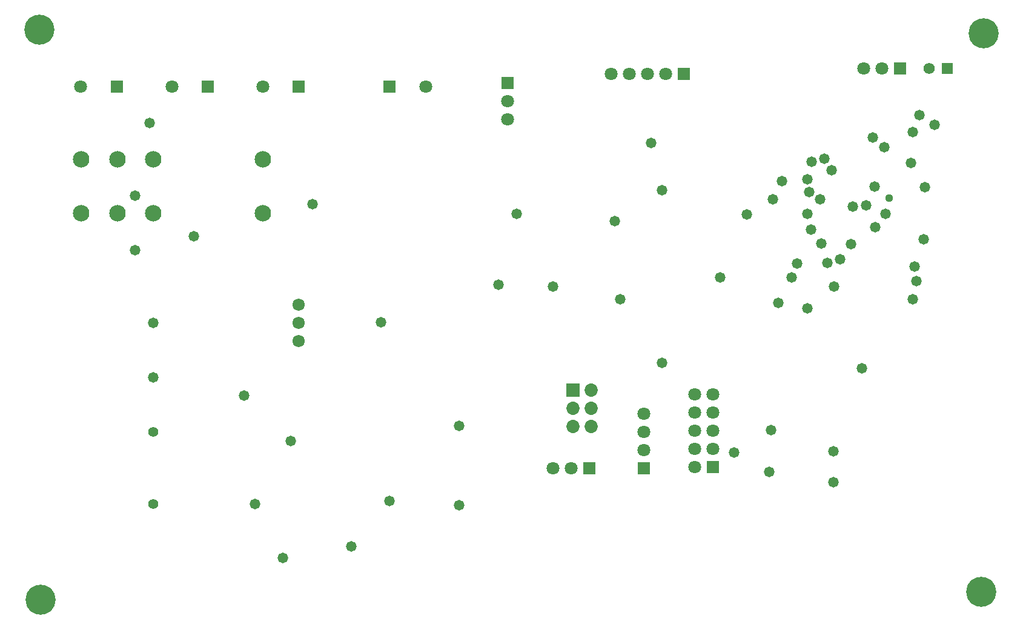
<source format=gbs>
G04*
G04 #@! TF.GenerationSoftware,Altium Limited,Altium Designer,23.3.1 (30)*
G04*
G04 Layer_Color=16711935*
%FSLAX44Y44*%
%MOMM*%
G71*
G04*
G04 #@! TF.SameCoordinates,6291D12B-1A57-4E1F-9114-C69F7EA01FE8*
G04*
G04*
G04 #@! TF.FilePolarity,Negative*
G04*
G01*
G75*
%ADD51C,2.3032*%
%ADD52C,1.8032*%
%ADD53R,1.8032X1.8032*%
%ADD54C,1.8532*%
%ADD55R,1.8532X1.8532*%
%ADD56C,1.4032*%
%ADD57C,1.7222*%
%ADD58R,1.8032X1.8032*%
%ADD59C,1.5700*%
%ADD60R,1.5700X1.5700*%
%ADD61C,4.2032*%
%ADD62C,1.4732*%
%ADD63C,1.1176*%
D51*
X336239Y640576D02*
D03*
X183639D02*
D03*
X133239D02*
D03*
X82839D02*
D03*
Y565576D02*
D03*
X133239D02*
D03*
X183639D02*
D03*
X336239D02*
D03*
D52*
X940021Y312844D02*
D03*
Y287444D02*
D03*
X965421Y312844D02*
D03*
Y287444D02*
D03*
X940021Y262044D02*
D03*
X965421D02*
D03*
X940021Y236644D02*
D03*
X965421D02*
D03*
X940021Y211244D02*
D03*
X678939Y721856D02*
D03*
Y696456D02*
D03*
X1176779Y767576D02*
D03*
X1202179D02*
D03*
X874519Y759956D02*
D03*
X899919D02*
D03*
X849119D02*
D03*
X823719D02*
D03*
X742439Y208776D02*
D03*
X767839D02*
D03*
X869439Y284976D02*
D03*
Y259576D02*
D03*
Y234176D02*
D03*
X336439Y742176D02*
D03*
X563839D02*
D03*
X209439D02*
D03*
X82039D02*
D03*
D53*
X965421Y211244D02*
D03*
X678939Y747256D02*
D03*
X869439Y208776D02*
D03*
D54*
X795779Y267196D02*
D03*
Y292596D02*
D03*
X770379Y267196D02*
D03*
Y292596D02*
D03*
X795779Y317996D02*
D03*
D55*
X770379D02*
D03*
D56*
X183639Y159576D02*
D03*
Y259576D02*
D03*
D57*
X386839Y386576D02*
D03*
Y412576D02*
D03*
Y437576D02*
D03*
D58*
X1227579Y767576D02*
D03*
X925319Y759956D02*
D03*
X793239Y208776D02*
D03*
X386439Y742176D02*
D03*
X513839D02*
D03*
X259439D02*
D03*
X132039D02*
D03*
D59*
X1268219Y767576D02*
D03*
D60*
X1293619D02*
D03*
D61*
X1344419Y817360D02*
D03*
X1340609Y36310D02*
D03*
X25651Y25134D02*
D03*
X24127Y822186D02*
D03*
D62*
X610867Y157722D02*
D03*
X1205227Y657848D02*
D03*
X665731Y465824D02*
D03*
X513585Y163056D02*
D03*
X1254503Y702806D02*
D03*
X1013203Y564122D02*
D03*
X1097277Y564376D02*
D03*
X1134615Y463030D02*
D03*
X1117324Y523650D02*
D03*
X1102907Y542874D02*
D03*
X1083053Y495542D02*
D03*
X1158745Y522212D02*
D03*
X1134107Y189472D02*
D03*
X1134361Y233160D02*
D03*
X1103890Y637689D02*
D03*
X1262123Y601714D02*
D03*
X1131369Y625981D02*
D03*
X1121661Y641592D02*
D03*
X995423Y230874D02*
D03*
X1075471Y475476D02*
D03*
X1161031Y574536D02*
D03*
X1179827Y576717D02*
D03*
X1192019Y602476D02*
D03*
X1189479Y671056D02*
D03*
X1174239Y348476D02*
D03*
X1192864Y546390D02*
D03*
X1207259Y564376D02*
D03*
X1044699Y203696D02*
D03*
X1098039Y432296D02*
D03*
X1047239Y262116D02*
D03*
X1245359Y444996D02*
D03*
X1250439Y470396D02*
D03*
X1247899Y490716D02*
D03*
X1049779Y584696D02*
D03*
X1260599Y528816D02*
D03*
X894839Y356096D02*
D03*
X1143759Y500876D02*
D03*
X1125851Y495835D02*
D03*
X1057399Y439916D02*
D03*
X836419Y444996D02*
D03*
X976119Y475476D02*
D03*
X1115819Y584696D02*
D03*
X894839Y597396D02*
D03*
X1100579Y594856D02*
D03*
X1062479Y610096D02*
D03*
X1098039Y612636D02*
D03*
X879599Y663436D02*
D03*
X828799Y554216D02*
D03*
X1242819Y635496D02*
D03*
X1245359Y678676D02*
D03*
X325879Y158904D02*
D03*
X1275839Y688836D02*
D03*
X691639Y564376D02*
D03*
X742439Y462776D02*
D03*
X405771Y578658D02*
D03*
X310639Y310376D02*
D03*
X611208Y268632D02*
D03*
X501620Y413164D02*
D03*
X364255Y84200D02*
D03*
X460374Y100112D02*
D03*
X375580Y247060D02*
D03*
X239610Y533632D02*
D03*
X178032Y691376D02*
D03*
X183639Y411976D02*
D03*
Y335776D02*
D03*
X158239Y589776D02*
D03*
Y513576D02*
D03*
D63*
X1212197Y587056D02*
D03*
M02*

</source>
